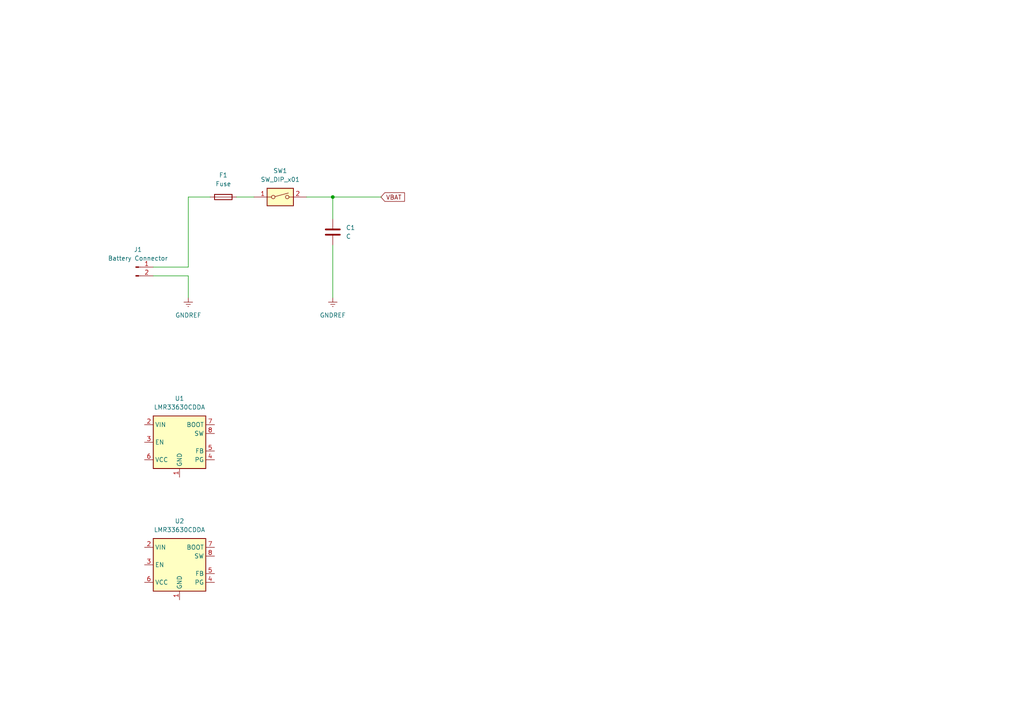
<source format=kicad_sch>
(kicad_sch (version 20231120) (generator "eeschema") (generator_version "8.0")
  (paper "A4")
  (lib_symbols
    (symbol "Connector:Conn_01x02_Pin" (pin_names (offset 1.016) hide)
      (property "Reference" "J" (at 0 2.54 0))
      (property "Value" "Conn_01x02_Pin" (at 0 -5.08 0))
      (symbol "Conn_01x02_Pin_1_1"
        (polyline (pts (xy 1.27 -2.54) (xy 0.8636 -2.54)) (stroke (width 0.1524)))
        (polyline (pts (xy 1.27 0) (xy 0.8636 0)) (stroke (width 0.1524)))
        (rectangle (start 0.8636 -2.413) (end 0 -2.667) (stroke (width 0.1524)) (fill (type outline)))
        (rectangle (start 0.8636 0.127) (end 0 -0.127) (stroke (width 0.1524)) (fill (type outline)))
        (pin passive line (at 5.08 0 180) (length 3.81) (name "Pin_1") (number "1"))
        (pin passive line (at 5.08 -2.54 180) (length 3.81) (name "Pin_2") (number "2"))
      )
    )
    (symbol "Device:C" (pin_numbers hide) (pin_names (offset 0.254))
      (property "Reference" "C" (at 0.635 2.54 0))
      (property "Value" "C" (at 0.635 -2.54 0))
      (symbol "C_0_1"
        (polyline (pts (xy -2.032 -0.762) (xy 2.032 -0.762)) (stroke (width 0.508)))
        (polyline (pts (xy -2.032 0.762) (xy 2.032 0.762)) (stroke (width 0.508)))
      )
      (symbol "C_1_1"
        (pin passive line (at 0 3.81 270) (length 2.794) (name "~") (number "1"))
        (pin passive line (at 0 -3.81 90) (length 2.794) (name "~") (number "2"))
      )
    )
    (symbol "Device:Fuse" (pin_numbers hide) (pin_names (offset 0))
      (property "Reference" "F" (at 2.032 0 90))
      (property "Value" "Fuse" (at -1.905 0 90))
      (symbol "Fuse_0_1"
        (rectangle (start -0.762 -2.54) (end 0.762 2.54) (stroke (width 0.254)))
        (polyline (pts (xy 0 2.54) (xy 0 -2.54)))
      )
      (symbol "Fuse_1_1"
        (pin passive line (at 0 3.81 270) (length 1.27) (name "~") (number "1"))
        (pin passive line (at 0 -3.81 90) (length 1.27) (name "~") (number "2"))
      )
    )
    (symbol "Regulator_Switching:LMR33630CDDA"
      (property "Reference" "U" (at 0 11.43 0))
      (property "Value" "LMR33630CDDA" (at 0 8.89 0))
      (symbol "LMR33630CDDA_0_1"
        (rectangle (start -7.62 7.62) (end 7.62 -7.62) (stroke (width 0.254)) (fill (type background)))
      )
      (symbol "LMR33630CDDA_1_1"
        (pin power_in line (at 0 -10.16 90) (length 2.54) (name "GND") (number "1"))
        (pin power_in line (at -10.16 5.08 0) (length 2.54) (name "VIN") (number "2"))
        (pin input line (at -10.16 0 0) (length 2.54) (name "EN") (number "3"))
        (pin open_collector line (at 10.16 -5.08 180) (length 2.54) (name "PG") (number "4"))
        (pin input line (at 10.16 -2.54 180) (length 2.54) (name "FB") (number "5"))
        (pin power_out line (at -10.16 -5.08 0) (length 2.54) (name "VCC") (number "6"))
        (pin input line (at 10.16 5.08 180) (length 2.54) (name "BOOT") (number "7"))
        (pin output line (at 10.16 2.54 180) (length 2.54) (name "SW") (number "8"))
        (pin passive line (at 0 -10.16 90) (length 2.54) hide (name "GND") (number "9"))
      )
    )
    (symbol "Switch:SW_DIP_x01" (pin_names (offset 0) hide)
      (property "Reference" "SW" (at 0 3.81 0))
      (property "Value" "SW_DIP_x01" (at 0 -3.81 0))
      (symbol "SW_DIP_x01_0_0"
        (circle (center -2.032 0) (radius 0.508))
        (polyline (pts (xy -1.524 0.127) (xy 2.3622 1.1684)))
        (circle (center 2.032 0) (radius 0.508))
      )
      (symbol "SW_DIP_x01_0_1"
        (rectangle (start -3.81 2.54) (end 3.81 -2.54) (stroke (width 0.254)) (fill (type background)))
      )
      (symbol "SW_DIP_x01_1_1"
        (pin passive line (at -7.62 0 0) (length 5.08) (name "~") (number "1"))
        (pin passive line (at 7.62 0 180) (length 5.08) (name "~") (number "2"))
      )
    )
    (symbol "power:GNDREF" (power) (pin_numbers hide) (pin_names (offset 0) hide)
      (property "Value" "GNDREF" (at 0 -3.81 0))
      (symbol "GNDREF_0_1"
        (polyline (pts (xy -0.635 -1.905) (xy 0.635 -1.905)))
        (polyline (pts (xy -0.127 -2.54) (xy 0.127 -2.54)))
        (polyline (pts (xy 0 -1.27) (xy 0 0)))
        (polyline (pts (xy 1.27 -1.27) (xy -1.27 -1.27)))
      )
      (symbol "GNDREF_1_1"
        (pin power_in line (at 0 0 270) (length 0) (name "~") (number "1"))
      )
    )
  )
  (junction (at 96.52 57.15))
  (wire (pts (xy 96.52 57.15) (xy 110.49 57.15)))
  (wire (pts (xy 54.61 77.47) (xy 44.45 77.47)))
  (wire (pts (xy 68.58 57.15) (xy 73.66 57.15)))
  (wire (pts (xy 54.61 80.01) (xy 44.45 80.01)))
  (wire (pts (xy 54.61 57.15) (xy 54.61 77.47)))
  (wire (pts (xy 88.9 57.15) (xy 96.52 57.15)))
  (wire (pts (xy 54.61 80.01) (xy 54.61 86.36)))
  (wire (pts (xy 54.61 57.15) (xy 60.96 57.15)))
  (wire (pts (xy 96.52 57.15) (xy 96.52 63.5)))
  (wire (pts (xy 96.52 71.12) (xy 96.52 86.36)))
  (global_label "VBAT" (shape input) (at 110.49 57.15 0) (property "Intersheetrefs" "${INTERSHEET_REFS}" (effects (hide yes))))
  (symbol (lib_id "power:GNDREF") (at 96.52 86.36 0) (unit 1)
    (property "Reference" "#PWR01" (effects (hide yes)))
    (property "Value" "GNDREF" (at 96.52 91.44 0))
    (property "Description" "Power symbol creates a global label with name \"GNDREF\" , reference supply ground" (effects (hide yes)))
  )
  (symbol (lib_id "power:GNDREF") (at 54.61 86.36 0) (unit 1)
    (property "Reference" "#PWR02" (effects (hide yes)))
    (property "Value" "GNDREF" (at 54.61 91.44 0))
    (property "Description" "Power symbol creates a global label with name \"GNDREF\" , reference supply ground" (effects (hide yes)))
  )
  (symbol (lib_id "Switch:SW_DIP_x01") (at 81.28 57.15 0) (unit 1)
    (property "Reference" "SW1" (at 81.28 49.53 0))
    (property "Value" "SW_DIP_x01" (at 81.28 52.07 0))
    (property "Description" "1x DIP Switch, Single Pole Single Throw (SPST) switch, small symbol" (effects (hide yes)))
  )
  (symbol (lib_id "Device:C") (at 96.52 67.31 0) (unit 1)
    (property "Reference" "C1" (at 100.33 66.0399 0) (effects (justify left)))
    (property "Value" "C" (at 100.33 68.5799 0) (effects (justify left)))
    (property "Description" "Unpolarized capacitor" (effects (hide yes)))
  )
  (symbol (lib_id "Regulator_Switching:LMR33630CDDA") (at 52.07 163.83 0) (unit 1)
    (property "Reference" "U2" (at 52.07 151.13 0))
    (property "Value" "LMR33630CDDA" (at 52.07 153.67 0))
    (property "Footprint" "Package_SO:Texas_HSOP-8-1EP_3.9x4.9mm_P1.27mm_ThermalVias" (effects (hide yes)))
    (property "Datasheet" "http://www.ti.com/lit/ds/symlink/lmr33630.pdf" (effects (hide yes)))
    (property "Description" "Simple Switcher Synchronous Buck Regulator, Vin=3.8-36V, Iout=3A, F=2100kHz, Adjustable output voltage, HSOP-8" (effects (hide yes)))
  )
  (symbol (lib_id "Connector:Conn_01x02_Pin") (at 39.37 77.47 0) (unit 1)
    (property "Reference" "J1" (at 40.005 72.39 0))
    (property "Value" "Battery Connector" (at 40.005 74.93 0))
    (property "Footprint" "Connector_AMASS:AMASS_XT60-M_1x02_P7.20mm_Vertical" (effects (hide yes)))
    (property "Description" "Generic connector, single row, 01x02, script generated" (effects (hide yes)))
  )
  (symbol (lib_id "Device:Fuse") (at 64.77 57.15 90) (unit 1)
    (property "Reference" "F1" (at 64.77 50.8 90))
    (property "Value" "Fuse" (at 64.77 53.34 90))
    (property "Footprint" "Fuse:Fuse_0402_1005Metric" (effects (hide yes)))
    (property "Description" "Fuse" (effects (hide yes)))
  )
  (symbol (lib_id "Regulator_Switching:LMR33630CDDA") (at 52.07 128.27 0) (unit 1)
    (property "Reference" "U1" (at 52.07 115.57 0))
    (property "Value" "LMR33630CDDA" (at 52.07 118.11 0))
    (property "Footprint" "Package_SO:Texas_HSOP-8-1EP_3.9x4.9mm_P1.27mm_ThermalVias" (effects (hide yes)))
    (property "Datasheet" "http://www.ti.com/lit/ds/symlink/lmr33630.pdf" (effects (hide yes)))
    (property "Description" "Simple Switcher Synchronous Buck Regulator, Vin=3.8-36V, Iout=3A, F=2100kHz, Adjustable output voltage, HSOP-8" (effects (hide yes)))
  )
)
</source>
